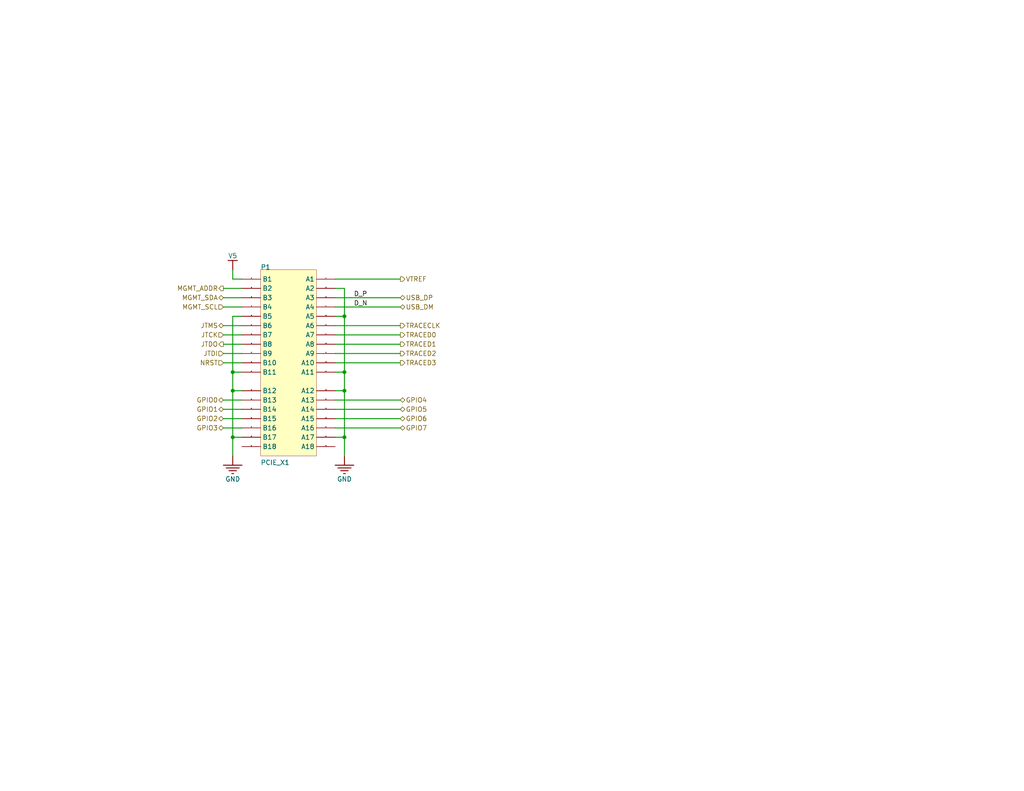
<source format=kicad_sch>
(kicad_sch (version 20231120) (generator "eeschema") (generator_version "7.99")
  (paper "A")
  (lib_symbols
    (symbol "top-altium-import:GND" (power)
      (property "Reference" "#PWR" (at 0 0 0))
      (property "Value" "GND" (at 0 6.35 0))
      (symbol "GND_0_0"
        (polyline (pts (xy -2.54 -2.54) (xy 2.54 -2.54)) (stroke (width 0.254)))
        (polyline (pts (xy -1.778 -3.302) (xy 1.778 -3.302)) (stroke (width 0.254)))
        (polyline (pts (xy -1.016 -4.064) (xy 1.016 -4.064)) (stroke (width 0.254)))
        (polyline (pts (xy -0.254 -4.826) (xy 0.254 -4.826)) (stroke (width 0.254)))
        (polyline (pts (xy 0 0) (xy 0 -2.54)) (stroke (width 0.254)))
        (pin power_in line (at 0 0 0) (length 0) hide (name "GND") (number ""))
      )
    )
    (symbol "top-altium-import:V5" (power)
      (property "Reference" "#PWR" (at 0 0 0))
      (property "Value" "V5" (at 0 3.81 0))
      (symbol "V5_0_0"
        (polyline (pts (xy -1.27 -2.54) (xy 1.27 -2.54)) (stroke (width 0.254)))
        (polyline (pts (xy 0 0) (xy 0 -2.54)) (stroke (width 0.254)))
        (pin power_in line (at 0 0 0) (length 0) hide (name "V5") (number ""))
      )
    )
    (symbol "top-altium-import:backplane_0_PCIE_X1"
      (symbol "backplane_0_PCIE_X1_1_0"
        (rectangle (start 7.62 22.86) (end -7.62 -27.94) (stroke (width 0.0254) (color 128 0 0 1)) (fill (type background)))
        (pin passive line (at 12.7 20.32 180) (length 5.08) (name "A1") (number "A1"))
        (pin passive line (at 12.7 -2.54 180) (length 5.08) (name "A10") (number "A10"))
        (pin passive line (at 12.7 -5.08 180) (length 5.08) (name "A11") (number "A11"))
        (pin passive line (at 12.7 -10.16 180) (length 5.08) (name "A12") (number "A12"))
        (pin passive line (at 12.7 -12.7 180) (length 5.08) (name "A13") (number "A13"))
        (pin passive line (at 12.7 -15.24 180) (length 5.08) (name "A14") (number "A14"))
        (pin passive line (at 12.7 -17.78 180) (length 5.08) (name "A15") (number "A15"))
        (pin passive line (at 12.7 -20.32 180) (length 5.08) (name "A16") (number "A16"))
        (pin passive line (at 12.7 -22.86 180) (length 5.08) (name "A17") (number "A17"))
        (pin passive line (at 12.7 -25.4 180) (length 5.08) (name "A18") (number "A18"))
        (pin passive line (at 12.7 17.78 180) (length 5.08) (name "A2") (number "A2"))
        (pin passive line (at 12.7 15.24 180) (length 5.08) (name "A3") (number "A3"))
        (pin passive line (at 12.7 12.7 180) (length 5.08) (name "A4") (number "A4"))
        (pin passive line (at 12.7 10.16 180) (length 5.08) (name "A5") (number "A5"))
        (pin passive line (at 12.7 7.62 180) (length 5.08) (name "A6") (number "A6"))
        (pin passive line (at 12.7 5.08 180) (length 5.08) (name "A7") (number "A7"))
        (pin passive line (at 12.7 2.54 180) (length 5.08) (name "A8") (number "A8"))
        (pin passive line (at 12.7 0 180) (length 5.08) (name "A9") (number "A9"))
        (pin passive line (at -12.7 20.32 0) (length 5.08) (name "B1") (number "B1"))
        (pin passive line (at -12.7 -2.54 0) (length 5.08) (name "B10") (number "B10"))
        (pin passive line (at -12.7 -5.08 0) (length 5.08) (name "B11") (number "B11"))
        (pin passive line (at -12.7 -10.16 0) (length 5.08) (name "B12") (number "B12"))
        (pin passive line (at -12.7 -12.7 0) (length 5.08) (name "B13") (number "B13"))
        (pin passive line (at -12.7 -15.24 0) (length 5.08) (name "B14") (number "B14"))
        (pin passive line (at -12.7 -17.78 0) (length 5.08) (name "B15") (number "B15"))
        (pin passive line (at -12.7 -20.32 0) (length 5.08) (name "B16") (number "B16"))
        (pin passive line (at -12.7 -22.86 0) (length 5.08) (name "B17") (number "B17"))
        (pin passive line (at -12.7 -25.4 0) (length 5.08) (name "B18") (number "B18"))
        (pin passive line (at -12.7 17.78 0) (length 5.08) (name "B2") (number "B2"))
        (pin passive line (at -12.7 15.24 0) (length 5.08) (name "B3") (number "B3"))
        (pin passive line (at -12.7 12.7 0) (length 5.08) (name "B4") (number "B4"))
        (pin passive line (at -12.7 10.16 0) (length 5.08) (name "B5") (number "B5"))
        (pin passive line (at -12.7 7.62 0) (length 5.08) (name "B6") (number "B6"))
        (pin passive line (at -12.7 5.08 0) (length 5.08) (name "B7") (number "B7"))
        (pin passive line (at -12.7 2.54 0) (length 5.08) (name "B8") (number "B8"))
        (pin passive line (at -12.7 0 0) (length 5.08) (name "B9") (number "B9"))
      )
    )
  )
  (junction (at 93.98 106.68))
  (junction (at 93.98 101.6))
  (junction (at 63.5 106.68))
  (junction (at 93.98 86.36))
  (junction (at 63.5 101.6))
  (junction (at 93.98 119.38))
  (junction (at 63.5 119.38))
  (wire (pts (xy 109.22 116.84) (xy 91.44 116.84)) (stroke (width 0.254)))
  (wire (pts (xy 60.96 114.3) (xy 66.04 114.3)) (stroke (width 0.254)))
  (wire (pts (xy 93.98 78.74) (xy 91.44 78.74)) (stroke (width 0.254)))
  (wire (pts (xy 91.44 101.6) (xy 93.98 101.6)) (stroke (width 0.254)))
  (wire (pts (xy 109.22 93.98) (xy 91.44 93.98)) (stroke (width 0.254)))
  (wire (pts (xy 91.44 86.36) (xy 93.98 86.36)) (stroke (width 0.254)))
  (wire (pts (xy 63.5 106.68) (xy 63.5 101.6)) (stroke (width 0.254)))
  (wire (pts (xy 63.5 76.2) (xy 63.5 73.66)) (stroke (width 0.254)))
  (wire (pts (xy 60.96 99.06) (xy 66.04 99.06)) (stroke (width 0.254)))
  (wire (pts (xy 91.44 106.68) (xy 93.98 106.68)) (stroke (width 0.254)))
  (wire (pts (xy 66.04 119.38) (xy 63.5 119.38)) (stroke (width 0.254)))
  (wire (pts (xy 66.04 106.68) (xy 63.5 106.68)) (stroke (width 0.254)))
  (wire (pts (xy 109.22 114.3) (xy 91.44 114.3)) (stroke (width 0.254)))
  (wire (pts (xy 109.22 76.2) (xy 91.44 76.2)) (stroke (width 0.254)))
  (wire (pts (xy 109.22 81.28) (xy 91.44 81.28)) (stroke (width 0.254)))
  (wire (pts (xy 60.96 93.98) (xy 66.04 93.98)) (stroke (width 0.254)))
  (wire (pts (xy 109.22 91.44) (xy 91.44 91.44)) (stroke (width 0.254)))
  (wire (pts (xy 93.98 86.36) (xy 93.98 78.74)) (stroke (width 0.254)))
  (wire (pts (xy 109.22 111.76) (xy 91.44 111.76)) (stroke (width 0.254)))
  (wire (pts (xy 60.96 96.52) (xy 66.04 96.52)) (stroke (width 0.254)))
  (wire (pts (xy 63.5 124.46) (xy 63.5 119.38)) (stroke (width 0.254)))
  (wire (pts (xy 109.22 99.06) (xy 91.44 99.06)) (stroke (width 0.254)))
  (wire (pts (xy 60.96 81.28) (xy 66.04 81.28)) (stroke (width 0.254)))
  (wire (pts (xy 93.98 101.6) (xy 93.98 106.68)) (stroke (width 0.254)))
  (wire (pts (xy 66.04 101.6) (xy 63.5 101.6)) (stroke (width 0.254)))
  (wire (pts (xy 109.22 88.9) (xy 91.44 88.9)) (stroke (width 0.254)))
  (wire (pts (xy 60.96 111.76) (xy 66.04 111.76)) (stroke (width 0.254)))
  (wire (pts (xy 91.44 119.38) (xy 93.98 119.38)) (stroke (width 0.254)))
  (wire (pts (xy 109.22 96.52) (xy 91.44 96.52)) (stroke (width 0.254)))
  (wire (pts (xy 63.5 119.38) (xy 63.5 106.68)) (stroke (width 0.254)))
  (wire (pts (xy 60.96 78.74) (xy 66.04 78.74)) (stroke (width 0.254)))
  (wire (pts (xy 63.5 86.36) (xy 66.04 86.36)) (stroke (width 0.254)))
  (wire (pts (xy 109.22 109.22) (xy 91.44 109.22)) (stroke (width 0.254)))
  (wire (pts (xy 60.96 88.9) (xy 66.04 88.9)) (stroke (width 0.254)))
  (wire (pts (xy 60.96 116.84) (xy 66.04 116.84)) (stroke (width 0.254)))
  (wire (pts (xy 93.98 106.68) (xy 93.98 119.38)) (stroke (width 0.254)))
  (wire (pts (xy 93.98 119.38) (xy 93.98 124.46)) (stroke (width 0.254)))
  (wire (pts (xy 60.96 83.82) (xy 66.04 83.82)) (stroke (width 0.254)))
  (wire (pts (xy 93.98 86.36) (xy 93.98 101.6)) (stroke (width 0.254)))
  (wire (pts (xy 60.96 109.22) (xy 66.04 109.22)) (stroke (width 0.254)))
  (wire (pts (xy 63.5 101.6) (xy 63.5 86.36)) (stroke (width 0.254)))
  (wire (pts (xy 109.22 83.82) (xy 91.44 83.82)) (stroke (width 0.254)))
  (wire (pts (xy 66.04 76.2) (xy 63.5 76.2)) (stroke (width 0.254)))
  (wire (pts (xy 60.96 91.44) (xy 66.04 91.44)) (stroke (width 0.254)))
  (label "D_N" (at 96.52 83.82 0))
  (label "D_P" (at 96.52 81.28 0))
  (hierarchical_label "GPIO5" (shape bidirectional) (at 109.22 111.76 0))
  (hierarchical_label "JTMS" (shape bidirectional) (at 60.96 88.9 180))
  (hierarchical_label "USB_DP" (shape bidirectional) (at 109.22 81.28 0))
  (hierarchical_label "GPIO2" (shape bidirectional) (at 60.96 114.3 180))
  (hierarchical_label "GPIO7" (shape bidirectional) (at 109.22 116.84 0))
  (hierarchical_label "GPIO4" (shape bidirectional) (at 109.22 109.22 0))
  (hierarchical_label "JTCK" (shape input) (at 60.96 91.44 180))
  (hierarchical_label "MGMT_SCL" (shape input) (at 60.96 83.82 180))
  (hierarchical_label "MGMT_SDA" (shape bidirectional) (at 60.96 81.28 180))
  (hierarchical_label "MGMT_ADDR" (shape output) (at 60.96 78.74 180))
  (hierarchical_label "USB_DM" (shape bidirectional) (at 109.22 83.82 0))
  (hierarchical_label "JTDO" (shape output) (at 60.96 93.98 180))
  (hierarchical_label "JTDI" (shape input) (at 60.96 96.52 180))
  (hierarchical_label "TRACED1" (shape output) (at 109.22 93.98 0))
  (hierarchical_label "TRACED3" (shape output) (at 109.22 99.06 0))
  (hierarchical_label "GPIO6" (shape bidirectional) (at 109.22 114.3 0))
  (hierarchical_label "TRACED0" (shape output) (at 109.22 91.44 0))
  (hierarchical_label "NRST" (shape input) (at 60.96 99.06 180))
  (hierarchical_label "GPIO1" (shape bidirectional) (at 60.96 111.76 180))
  (hierarchical_label "GPIO0" (shape bidirectional) (at 60.96 109.22 180))
  (hierarchical_label "GPIO3" (shape bidirectional) (at 60.96 116.84 180))
  (hierarchical_label "VTREF" (shape output) (at 109.22 76.2 0))
  (hierarchical_label "TRACED2" (shape output) (at 109.22 96.52 0))
  (hierarchical_label "TRACECLK" (shape output) (at 109.22 88.9 0))
  (symbol (lib_id "top-altium-import:V5") (at 63.5 73.66 180) (unit 1)
    (property "Reference" "#PWR?" (effects (hide yes)))
    (property "Value" "V5" (at 63.5 69.85 0))
  )
  (symbol (lib_id "top-altium-import:backplane_0_PCIE_X1") (at 78.74 96.52 0) (unit 1)
    (property "Reference" "P1" (at 71.12 73.66 0) (effects (justify left bottom)))
    (property "Value" "PCIE_X1" (at 71.12 127 0) (effects (justify left bottom)))
    (property "Footprint" "PCIE_X1_EDGE" (effects (hide yes)))
  )
  (symbol (lib_id "top-altium-import:GND") (at 63.5 124.46 0) (unit 1)
    (property "Reference" "#PWR?" (effects (hide yes)))
    (property "Value" "GND" (at 63.5 130.81 0))
  )
  (symbol (lib_id "top-altium-import:GND") (at 93.98 124.46 0) (unit 1)
    (property "Reference" "#PWR?" (effects (hide yes)))
    (property "Value" "GND" (at 93.98 130.81 0))
  )
)
</source>
